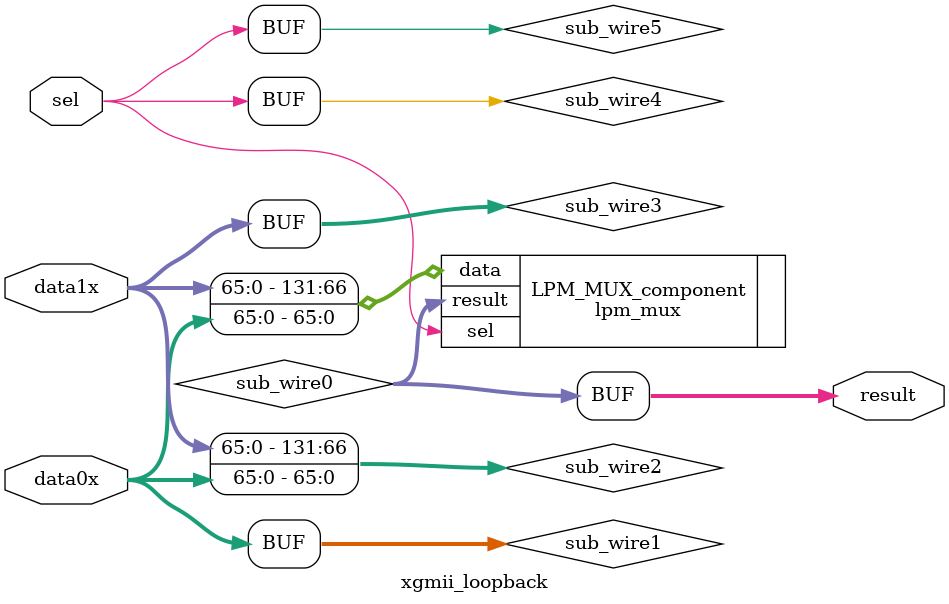
<source format=v>
module xgmii_loopback (
	data0x,
	data1x,
	sel,
	result);
	input	[65:0]  data0x;
	input	[65:0]  data1x;
	input	  sel;
	output	[65:0]  result;
	wire [65:0] sub_wire0;
	wire [65:0] sub_wire3 = data1x[65:0];
	wire [65:0] result = sub_wire0[65:0];
	wire [65:0] sub_wire1 = data0x[65:0];
	wire [131:0] sub_wire2 = {sub_wire3, sub_wire1};
	wire  sub_wire4 = sel;
	wire  sub_wire5 = sub_wire4;
	lpm_mux	LPM_MUX_component (
				.data (sub_wire2),
				.sel (sub_wire5),
				.result (sub_wire0)
				// synopsys translate_off
				,
				.aclr (),
				.clken (),
				.clock ()
				// synopsys translate_on
				);
	defparam
		LPM_MUX_component.lpm_size = 2,
		LPM_MUX_component.lpm_type = "LPM_MUX",
		LPM_MUX_component.lpm_width = 66,
		LPM_MUX_component.lpm_widths = 1;
endmodule
</source>
